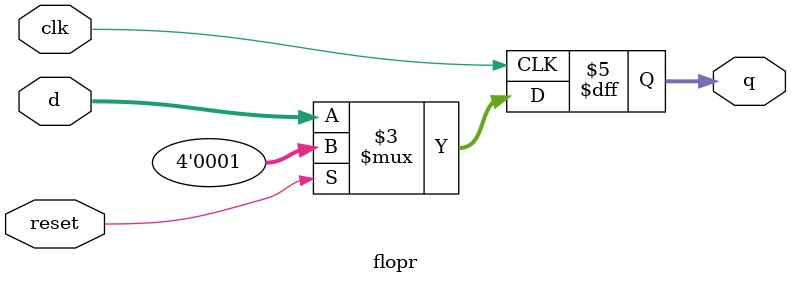
<source format=sv>
module flopr(	input logic clk,
					input logic reset,
					input logic [3:0] d,
					output logic [3:0] q);
			always_ff@(posedge clk)
			if(reset)
				q <= 4'b1;		//los ponemos los valores z ni como 0 ni como x en este caso los colocamos como  1
 			else
				q <=d;
endmodule 
//Reset sincrono
</source>
